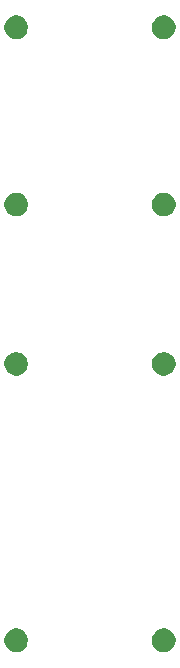
<source format=gbr>
%FSTAX26Y26*%
%MOMM*%
%SFA1B1*%

%IPPOS*%
%LNpcb_npth_drill-1*%
%LPD*%
G36*
X15028976Y03426993D02*
Y03328492D01*
X15067407Y03135299*
X15142794Y02953308*
X15252242Y02789529*
X15391536Y02650236*
X15555315Y02540787*
X15737306Y02465425*
X15930499Y02426995*
X16028974*
X16127476*
X16320668Y02465425*
X16502659Y02540787*
X16666438Y02650236*
X16805732Y02789529*
X1691518Y02953308*
X16990568Y03135299*
X17028998Y03328492*
Y03426993*
Y03525469*
X16990568Y03718687*
X1691518Y03900678*
X16805732Y04064457*
X16666438Y04203725*
X16502659Y04313174*
X16320668Y04388561*
X16127476Y04426991*
X16028974*
X15930499*
X15737306Y04388561*
X15555315Y04313174*
X15391536Y04203725*
X15252242Y04064457*
X15142794Y03900678*
X15067407Y03718687*
X15028976Y03525469*
Y03426993*
G37*
G36*
X02528976D02*
Y03525469D01*
X02567406Y03718687*
X02642793Y03900678*
X02752242Y04064457*
X02891536Y04203725*
X03055315Y04313174*
X03237306Y04388561*
X03430498Y04426991*
X03528999*
X03627475*
X03820668Y04388561*
X04002659Y04313174*
X04166438Y04203725*
X04305731Y04064457*
X0441518Y03900678*
X04490567Y03718687*
X04528997Y03525469*
Y03426993*
Y03328492*
X04490567Y03135299*
X0441518Y02953308*
X04305731Y02789529*
X04166438Y02650236*
X04002659Y02540787*
X03820668Y02465425*
X03627475Y02426995*
X03528999*
X03430498*
X03237306Y02465425*
X03055315Y02540787*
X02891536Y02650236*
X02752242Y02789529*
X02642793Y02953308*
X02567406Y03135299*
X02528976Y03328492*
Y03426993*
G37*
G36*
X15028976D02*
Y03328492D01*
X15067407Y03135299*
X15142794Y02953308*
X15252242Y02789529*
X15391536Y02650236*
X15555315Y02540787*
X15737306Y02465425*
X15930499Y02426995*
X16028974*
X16127476*
X16320668Y02465425*
X16502659Y02540787*
X16666438Y02650236*
X16805732Y02789529*
X1691518Y02953308*
X16990568Y03135299*
X17028998Y03328492*
Y03426993*
Y03525469*
X16990568Y03718687*
X1691518Y03900678*
X16805732Y04064457*
X16666438Y04203725*
X16502659Y04313174*
X16320668Y04388561*
X16127476Y04426991*
X16028974*
X15930499*
X15737306Y04388561*
X15555315Y04313174*
X15391536Y04203725*
X15252242Y04064457*
X15142794Y03900678*
X15067407Y03718687*
X15028976Y03525469*
Y03426993*
G37*
G36*
X16028974Y25826999D02*
X15930499D01*
X15737306Y25865429*
X15555315Y25940791*
X15391536Y2605024*
X15252242Y26189533*
X15142794Y26353312*
X15067407Y26535303*
X15028976Y26728496*
Y26826997*
Y26925473*
X15067407Y27118665*
X15142794Y27300656*
X15252242Y27464435*
X15391536Y27603729*
X15555315Y27713178*
X15737306Y27788565*
X15930499Y27826995*
X16028974*
X16127476*
X16320668Y27788565*
X16502659Y27713178*
X16666438Y27603729*
X16805732Y27464435*
X1691518Y27300656*
X16990568Y27118665*
X17028998Y26925473*
Y26826997*
Y26728496*
X16990568Y26535303*
X1691518Y26353312*
X16805732Y26189533*
X16666438Y2605024*
X16502659Y25940791*
X16320668Y25865429*
X16127476Y25826999*
X16028974*
G37*
G36*
X03528999D02*
X03430498D01*
X03237306Y25865429*
X03055315Y25940791*
X02891536Y2605024*
X02752242Y26189533*
X02642793Y26353312*
X02567406Y26535303*
X02528976Y26728496*
Y26826997*
Y26925473*
X02567406Y27118665*
X02642793Y27300656*
X02752242Y27464435*
X02891536Y27603729*
X03055315Y27713178*
X03237306Y27788565*
X03430498Y27826995*
X03528999*
X03627475*
X03820668Y27788565*
X04002659Y27713178*
X04166438Y27603729*
X04305731Y27464435*
X0441518Y27300656*
X04490567Y27118665*
X04528997Y26925473*
Y26826997*
Y26728496*
X04490567Y26535303*
X0441518Y26353312*
X04305731Y26189533*
X04166438Y2605024*
X04002659Y25940791*
X03820668Y25865429*
X03627475Y25826999*
X03528999*
G37*
G36*
Y39326997D02*
X03430498D01*
X03237306Y39365428*
X03055315Y39440789*
X02891536Y39550238*
X02752242Y39689532*
X02642793Y39853311*
X02567406Y40035302*
X02528976Y40228494*
Y40326995*
Y40425471*
X02567406Y40618689*
X02642793Y40800655*
X02752242Y40964459*
X02891536Y41103727*
X03055315Y41213176*
X03237306Y41288563*
X03430498Y41326993*
X03528999*
X03627475*
X03820668Y41288563*
X04002659Y41213176*
X04166438Y41103727*
X04305731Y40964459*
X0441518Y40800655*
X04490567Y40618689*
X04528997Y40425471*
Y40326995*
Y40228494*
X04490567Y40035302*
X0441518Y39853311*
X04305731Y39689532*
X04166438Y39550238*
X04002659Y39440789*
X03820668Y39365428*
X03627475Y39326997*
X03528999*
G37*
G36*
X16028974D02*
X15930499D01*
X15737306Y39365428*
X15555315Y39440789*
X15391536Y39550238*
X15252242Y39689532*
X15142794Y39853311*
X15067407Y40035302*
X15028976Y40228494*
Y40326995*
Y40425471*
X15067407Y40618689*
X15142794Y40800655*
X15252242Y40964459*
X15391536Y41103727*
X15555315Y41213176*
X15737306Y41288563*
X15930499Y41326993*
X16028974*
X16127476*
X16320668Y41288563*
X16502659Y41213176*
X16666438Y41103727*
X16805732Y40964459*
X1691518Y40800655*
X16990568Y40618689*
X17028998Y40425471*
Y40326995*
Y40228494*
X16990568Y40035302*
X1691518Y39853311*
X16805732Y39689532*
X16666438Y39550238*
X16502659Y39440789*
X16320668Y39365428*
X16127476Y39326997*
X16028974*
G37*
G36*
Y54326993D02*
X15930499D01*
X15737306Y54365423*
X15555315Y54440785*
X15391536Y54550233*
X15252242Y54689527*
X15142794Y54853306*
X15067407Y55035297*
X15028976Y5522849*
Y55326991*
Y55425467*
X15067407Y55618684*
X15142794Y55800675*
X15252242Y55964455*
X15391536Y56103748*
X15555315Y56213171*
X15737306Y56288559*
X15930499Y56326989*
X16028974*
X16127476*
X16320668Y56288559*
X16502659Y56213171*
X16666438Y56103748*
X16805732Y55964455*
X1691518Y55800675*
X16990568Y55618684*
X17028998Y55425467*
Y55326991*
Y5522849*
X16990568Y55035297*
X1691518Y54853306*
X16805732Y54689527*
X16666438Y54550233*
X16502659Y54440785*
X16320668Y54365423*
X16127476Y54326993*
X16028974*
G37*
G36*
X03528999D02*
X03430498D01*
X03237306Y54365423*
X03055315Y54440785*
X02891536Y54550233*
X02752242Y54689527*
X02642793Y54853306*
X02567406Y55035297*
X02528976Y5522849*
Y55326991*
Y55425467*
X02567406Y55618684*
X02642793Y55800675*
X02752242Y55964455*
X02891536Y56103748*
X03055315Y56213171*
X03237306Y56288559*
X03430498Y56326989*
X03528999*
X03627475*
X03820668Y56288559*
X04002659Y56213171*
X04166438Y56103748*
X04305731Y55964455*
X0441518Y55800675*
X04490567Y55618684*
X04528997Y55425467*
Y55326991*
Y5522849*
X04490567Y55035297*
X0441518Y54853306*
X04305731Y54689527*
X04166438Y54550233*
X04002659Y54440785*
X03820668Y54365423*
X03627475Y54326993*
X03528999*
G37*
M02*
</source>
